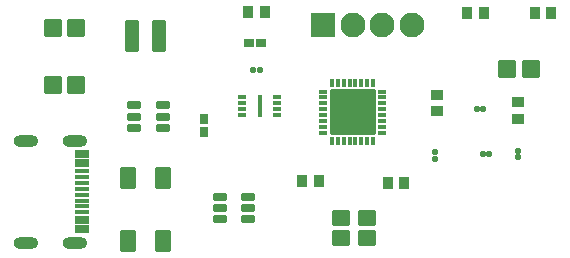
<source format=gts>
G04 Layer: TopSolderMaskLayer*
G04 EasyEDA v6.5.37, 2023-10-27 13:21:48*
G04 e951b92086064ac1ad3908aecfae3427,cc522e7a65ad493f8bbdbc3af6dfe8a3,10*
G04 Gerber Generator version 0.2*
G04 Scale: 100 percent, Rotated: No, Reflected: No *
G04 Dimensions in millimeters *
G04 leading zeros omitted , absolute positions ,4 integer and 5 decimal *
%FSLAX45Y45*%
%MOMM*%

%AMMACRO1*1,1,$1,$2,$3*1,1,$1,$4,$5*1,1,$1,0-$2,0-$3*1,1,$1,0-$4,0-$5*20,1,$1,$2,$3,$4,$5,0*20,1,$1,$4,$5,0-$2,0-$3,0*20,1,$1,0-$2,0-$3,0-$4,0-$5,0*20,1,$1,0-$4,0-$5,$2,$3,0*4,1,4,$2,$3,$4,$5,0-$2,0-$3,0-$4,0-$5,$2,$3,0*%
%ADD10MACRO1,0.1016X0.7X-0.6X-0.7X-0.6*%
%ADD11MACRO1,0.1016X-0.162X0.1842X0.162X0.1842*%
%ADD12MACRO1,0.1016X-0.162X-0.1842X0.162X-0.1842*%
%ADD13MACRO1,0.1016X0.162X-0.1842X-0.162X-0.1842*%
%ADD14MACRO1,0.1016X0.162X0.1842X-0.162X0.1842*%
%ADD15MACRO1,0.1016X-0.1842X-0.162X-0.1842X0.162*%
%ADD16MACRO1,0.1016X0.1842X-0.162X0.1842X0.162*%
%ADD17MACRO1,0.1016X-0.705X-0.675X-0.705X0.675*%
%ADD18MACRO1,0.1016X0.705X-0.675X0.705X0.675*%
%ADD19MACRO1,0.1016X0.45X0.4X0.45X-0.4*%
%ADD20MACRO1,0.1016X-0.4X0.45X0.4X0.45*%
%ADD21MACRO1,0.1016X0.4X-0.45X-0.4X-0.45*%
%ADD22MACRO1,0.1016X-0.395X-0.27X-0.395X0.27*%
%ADD23MACRO1,0.1016X0.395X-0.27X0.395X0.27*%
%ADD24MACRO1,0.1016X-0.536X-0.266X-0.536X0.266*%
%ADD25MACRO1,0.1016X0.1842X0.162X0.1842X-0.162*%
%ADD26MACRO1,0.1016X-0.1842X0.162X-0.1842X-0.162*%
%ADD27MACRO1,0.1016X0.6038X0.8505X0.6038X-0.8505*%
%ADD28MACRO1,0.1016X-0.6038X0.8505X-0.6038X-0.8505*%
%ADD29MACRO1,0.1016X0.325X-0.14X-0.325X-0.14*%
%ADD30MACRO1,0.1016X0.14X-0.325X-0.14X-0.325*%
%ADD31MACRO1,0.1016X1.9X-1.9X-1.9X-1.9*%
%ADD32MACRO1,0.1016X0.57X0.15X0.57X-0.15*%
%ADD33MACRO1,0.1016X0.57X0.3X0.57X-0.3*%
%ADD34O,2.101596X1.0015981999999999*%
%ADD35MACRO1,0.1016X0.27X-0.395X-0.27X-0.395*%
%ADD36MACRO1,0.1016X0.27X0.395X-0.27X0.395*%
%ADD37MACRO1,0.1X-0.55X-0.275X-0.55X0.275*%
%ADD38MACRO1,0.1016X0.3X-0.14X-0.3X-0.14*%
%ADD39MACRO1,0.1016X-0.15X0.85X0.15X0.85*%
%ADD40MACRO1,0.1X0.51X1.27X0.51X-1.27*%
%ADD41C,2.1016*%
%ADD42MACRO1,0.1016X-1X1X1X1*%

%LPD*%
D10*
G01*
X3382492Y2073998D03*
G01*
X3602499Y2244001D03*
G01*
X3602507Y2073998D03*
G01*
X3382492Y2244001D03*
D11*
G01*
X4876800Y2753878D03*
D12*
G01*
X4876800Y2808721D03*
D13*
G01*
X4178300Y2796021D03*
D14*
G01*
X4178300Y2741178D03*
D15*
G01*
X2694421Y3492500D03*
D16*
G01*
X2639578Y3492500D03*
D17*
G01*
X4989502Y3505200D03*
D18*
G01*
X4789497Y3505200D03*
D19*
G01*
X4191000Y3143100D03*
G01*
X4191000Y3283099D03*
G01*
X4876800Y3079600D03*
G01*
X4876800Y3219599D03*
D20*
G01*
X2736999Y3987800D03*
G01*
X2597000Y3987800D03*
D21*
G01*
X3054200Y2552700D03*
G01*
X3194199Y2552700D03*
D20*
G01*
X3918099Y2540000D03*
G01*
X3778100Y2540000D03*
G01*
X4591199Y3975100D03*
G01*
X4451200Y3975100D03*
D21*
G01*
X5022700Y3975100D03*
G01*
X5162699Y3975100D03*
D22*
G01*
X2708805Y3721100D03*
D23*
G01*
X2599794Y3721100D03*
D24*
G01*
X2591409Y2229103D03*
G01*
X2591409Y2324100D03*
G01*
X2591409Y2419096D03*
G01*
X2361590Y2419096D03*
G01*
X2361590Y2324100D03*
G01*
X2361590Y2229103D03*
D25*
G01*
X4582678Y2781300D03*
D26*
G01*
X4637521Y2781300D03*
D15*
G01*
X4586721Y3162300D03*
D16*
G01*
X4531878Y3162300D03*
D27*
G01*
X1579323Y2044700D03*
D28*
G01*
X1875076Y2044700D03*
D27*
G01*
X1579323Y2578100D03*
D28*
G01*
X1875076Y2578100D03*
D29*
G01*
X3727549Y2961893D03*
G01*
X3727549Y3011906D03*
G01*
X3727549Y3061893D03*
G01*
X3727549Y3111906D03*
G01*
X3727549Y3161893D03*
G01*
X3727549Y3211906D03*
G01*
X3727549Y3261893D03*
G01*
X3727549Y3311906D03*
D30*
G01*
X3654806Y3384647D03*
G01*
X3604793Y3384647D03*
G01*
X3554806Y3384647D03*
G01*
X3504793Y3384647D03*
G01*
X3454806Y3384647D03*
G01*
X3404793Y3384647D03*
G01*
X3354806Y3384647D03*
G01*
X3304793Y3384647D03*
D29*
G01*
X3232052Y3311906D03*
G01*
X3232052Y3261893D03*
G01*
X3232052Y3211906D03*
G01*
X3232052Y3161893D03*
G01*
X3232052Y3111906D03*
G01*
X3232052Y3061893D03*
G01*
X3232052Y3011906D03*
G01*
X3232052Y2961893D03*
D30*
G01*
X3304793Y2889152D03*
G01*
X3354806Y2889152D03*
G01*
X3404793Y2889152D03*
G01*
X3454806Y2889152D03*
G01*
X3504793Y2889152D03*
G01*
X3554806Y2889152D03*
G01*
X3604793Y2889152D03*
G01*
X3654806Y2889152D03*
D31*
G01*
X3479800Y3136900D03*
D32*
G01*
X1190002Y2288792D03*
G01*
X1190002Y2338830D03*
G01*
X1190002Y2388792D03*
G01*
X1190002Y2438805D03*
G01*
X1190002Y2488792D03*
G01*
X1190002Y2538804D03*
G01*
X1190002Y2588792D03*
G01*
X1190002Y2638804D03*
D33*
G01*
X1190002Y2703779D03*
G01*
X1190002Y2783789D03*
G01*
X1190002Y2223795D03*
G01*
X1190002Y2143810D03*
D34*
G01*
X1133017Y2896285D03*
G01*
X1133017Y2031314D03*
G01*
X715010Y2031314D03*
G01*
X715010Y2896285D03*
D35*
G01*
X2222500Y3077105D03*
D36*
G01*
X2222500Y2968094D03*
D17*
G01*
X1141402Y3365500D03*
D18*
G01*
X941397Y3365500D03*
D37*
G01*
X1872599Y3193796D03*
G01*
X1872599Y3098800D03*
G01*
X1872599Y3003803D03*
G01*
X1632598Y3003803D03*
G01*
X1632598Y3098800D03*
G01*
X1632598Y3193796D03*
D38*
G01*
X2541663Y3262701D03*
G01*
X2541663Y3212688D03*
G01*
X2541663Y3162701D03*
G01*
X2541663Y3112688D03*
G01*
X2843146Y3262701D03*
G01*
X2843146Y3212688D03*
G01*
X2843146Y3162701D03*
G01*
X2843146Y3112688D03*
D39*
G01*
X2692407Y3187697D03*
D40*
G01*
X1841698Y3784597D03*
G01*
X1612699Y3784597D03*
D17*
G01*
X1141402Y3848100D03*
D18*
G01*
X941397Y3848100D03*
D41*
G01*
X3981805Y3873500D03*
G01*
X3731793Y3873500D03*
G01*
X3481806Y3873500D03*
D42*
G01*
X3231794Y3873500D03*
M02*

</source>
